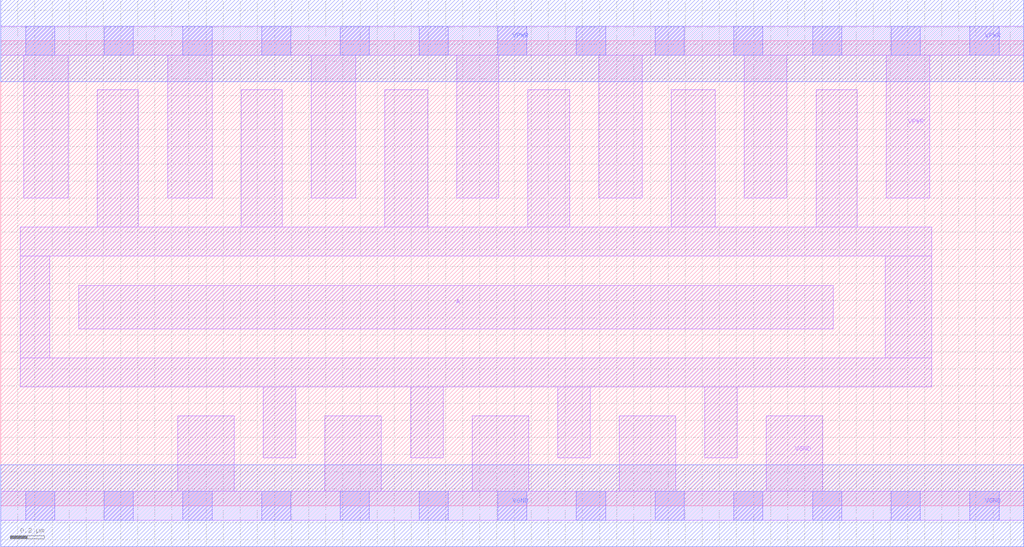
<source format=lef>
# Copyright 2020 The SkyWater PDK Authors
#
# Licensed under the Apache License, Version 2.0 (the "License");
# you may not use this file except in compliance with the License.
# You may obtain a copy of the License at
#
#     https://www.apache.org/licenses/LICENSE-2.0
#
# Unless required by applicable law or agreed to in writing, software
# distributed under the License is distributed on an "AS IS" BASIS,
# WITHOUT WARRANTIES OR CONDITIONS OF ANY KIND, either express or implied.
# See the License for the specific language governing permissions and
# limitations under the License.
#
# SPDX-License-Identifier: Apache-2.0

VERSION 5.7 ;
  NAMESCASESENSITIVE ON ;
  NOWIREEXTENSIONATPIN ON ;
  DIVIDERCHAR "/" ;
  BUSBITCHARS "[]" ;
UNITS
  DATABASE MICRONS 200 ;
END UNITS
MACRO sky130_fd_sc_hd__clkinv_8
  CLASS CORE ;
  SOURCE USER ;
  FOREIGN sky130_fd_sc_hd__clkinv_8 ;
  ORIGIN  0.000000  0.000000 ;
  SIZE  5.980000 BY  2.720000 ;
  SYMMETRY X Y R90 ;
  SITE unithd ;
  PIN A
    ANTENNAGATEAREA  2.304000 ;
    DIRECTION INPUT ;
    USE SIGNAL ;
    PORT
      LAYER li1 ;
        RECT 0.455000 1.035000 4.865000 1.290000 ;
    END
  END A
  PIN Y
    ANTENNADIFFAREA  2.090400 ;
    DIRECTION OUTPUT ;
    USE SIGNAL ;
    PORT
      LAYER li1 ;
        RECT 0.115000 0.695000 5.440000 0.865000 ;
        RECT 0.115000 0.865000 0.285000 1.460000 ;
        RECT 0.115000 1.460000 5.440000 1.630000 ;
        RECT 0.565000 1.630000 0.805000 2.435000 ;
        RECT 1.405000 1.630000 1.645000 2.435000 ;
        RECT 1.535000 0.280000 1.725000 0.695000 ;
        RECT 2.245000 1.630000 2.495000 2.435000 ;
        RECT 2.395000 0.280000 2.585000 0.695000 ;
        RECT 3.080000 1.630000 3.325000 2.435000 ;
        RECT 3.255000 0.280000 3.445000 0.695000 ;
        RECT 3.920000 1.630000 4.175000 2.435000 ;
        RECT 4.115000 0.280000 4.305000 0.695000 ;
        RECT 4.765000 1.630000 5.005000 2.435000 ;
        RECT 5.170000 0.865000 5.440000 1.460000 ;
    END
  END Y
  PIN VGND
    DIRECTION INOUT ;
    SHAPE ABUTMENT ;
    USE GROUND ;
    PORT
      LAYER li1 ;
        RECT 0.000000 -0.085000 5.980000 0.085000 ;
        RECT 1.035000  0.085000 1.365000 0.525000 ;
        RECT 1.895000  0.085000 2.225000 0.525000 ;
        RECT 2.755000  0.085000 3.085000 0.525000 ;
        RECT 3.615000  0.085000 3.945000 0.525000 ;
        RECT 4.475000  0.085000 4.805000 0.525000 ;
      LAYER mcon ;
        RECT 0.145000 -0.085000 0.315000 0.085000 ;
        RECT 0.605000 -0.085000 0.775000 0.085000 ;
        RECT 1.065000 -0.085000 1.235000 0.085000 ;
        RECT 1.525000 -0.085000 1.695000 0.085000 ;
        RECT 1.985000 -0.085000 2.155000 0.085000 ;
        RECT 2.445000 -0.085000 2.615000 0.085000 ;
        RECT 2.905000 -0.085000 3.075000 0.085000 ;
        RECT 3.365000 -0.085000 3.535000 0.085000 ;
        RECT 3.825000 -0.085000 3.995000 0.085000 ;
        RECT 4.285000 -0.085000 4.455000 0.085000 ;
        RECT 4.745000 -0.085000 4.915000 0.085000 ;
        RECT 5.205000 -0.085000 5.375000 0.085000 ;
        RECT 5.665000 -0.085000 5.835000 0.085000 ;
      LAYER met1 ;
        RECT 0.000000 -0.240000 5.980000 0.240000 ;
    END
  END VGND
  PIN VPWR
    DIRECTION INOUT ;
    SHAPE ABUTMENT ;
    USE POWER ;
    PORT
      LAYER li1 ;
        RECT 0.000000 2.635000 5.980000 2.805000 ;
        RECT 0.135000 1.800000 0.395000 2.635000 ;
        RECT 0.975000 1.800000 1.235000 2.635000 ;
        RECT 1.815000 1.800000 2.075000 2.635000 ;
        RECT 2.665000 1.800000 2.910000 2.635000 ;
        RECT 3.495000 1.800000 3.750000 2.635000 ;
        RECT 4.345000 1.800000 4.595000 2.635000 ;
        RECT 5.175000 1.800000 5.430000 2.635000 ;
      LAYER mcon ;
        RECT 0.145000 2.635000 0.315000 2.805000 ;
        RECT 0.605000 2.635000 0.775000 2.805000 ;
        RECT 1.065000 2.635000 1.235000 2.805000 ;
        RECT 1.525000 2.635000 1.695000 2.805000 ;
        RECT 1.985000 2.635000 2.155000 2.805000 ;
        RECT 2.445000 2.635000 2.615000 2.805000 ;
        RECT 2.905000 2.635000 3.075000 2.805000 ;
        RECT 3.365000 2.635000 3.535000 2.805000 ;
        RECT 3.825000 2.635000 3.995000 2.805000 ;
        RECT 4.285000 2.635000 4.455000 2.805000 ;
        RECT 4.745000 2.635000 4.915000 2.805000 ;
        RECT 5.205000 2.635000 5.375000 2.805000 ;
        RECT 5.665000 2.635000 5.835000 2.805000 ;
      LAYER met1 ;
        RECT 0.000000 2.480000 5.980000 2.960000 ;
    END
  END VPWR
END sky130_fd_sc_hd__clkinv_8
END LIBRARY

</source>
